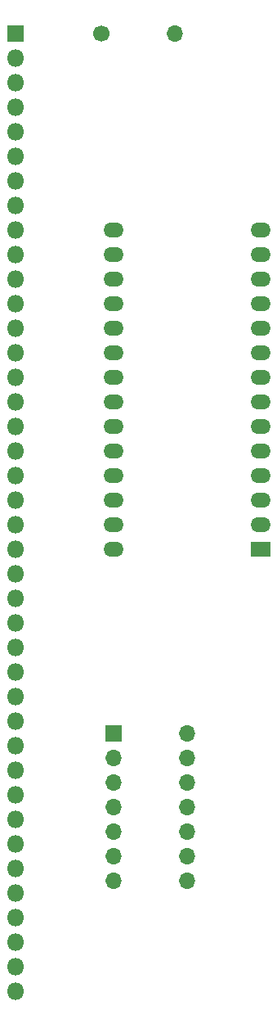
<source format=gbr>
%TF.GenerationSoftware,KiCad,Pcbnew,5.1.6-c6e7f7d~87~ubuntu18.04.1*%
%TF.CreationDate,2020-08-11T21:02:34+01:00*%
%TF.ProjectId,8KROM_Lower_Rev2,384b524f-4d5f-44c6-9f77-65725f526576,rev?*%
%TF.SameCoordinates,Original*%
%TF.FileFunction,Soldermask,Top*%
%TF.FilePolarity,Negative*%
%FSLAX46Y46*%
G04 Gerber Fmt 4.6, Leading zero omitted, Abs format (unit mm)*
G04 Created by KiCad (PCBNEW 5.1.6-c6e7f7d~87~ubuntu18.04.1) date 2020-08-11 21:02:34*
%MOMM*%
%LPD*%
G01*
G04 APERTURE LIST*
%ADD10O,2.100000X1.540000*%
%ADD11R,2.100000X1.540000*%
%ADD12O,1.700000X1.700000*%
%ADD13R,1.700000X1.700000*%
%ADD14C,1.700000*%
%ADD15O,1.800000X1.800000*%
%ADD16R,1.800000X1.800000*%
G04 APERTURE END LIST*
D10*
%TO.C,U2*%
X121920000Y-74930000D03*
X137160000Y-74930000D03*
X121920000Y-77470000D03*
X137160000Y-77470000D03*
X121920000Y-80010000D03*
X137160000Y-80010000D03*
X121920000Y-82550000D03*
X137160000Y-82550000D03*
X121920000Y-85090000D03*
X137160000Y-85090000D03*
X121920000Y-87630000D03*
X137160000Y-87630000D03*
X121920000Y-90170000D03*
X137160000Y-90170000D03*
X121920000Y-92710000D03*
X137160000Y-92710000D03*
X121920000Y-95250000D03*
X137160000Y-95250000D03*
X121920000Y-97790000D03*
X137160000Y-97790000D03*
X121920000Y-100330000D03*
X137160000Y-100330000D03*
X121920000Y-102870000D03*
X137160000Y-102870000D03*
X121920000Y-105410000D03*
X137160000Y-105410000D03*
X121920000Y-107950000D03*
D11*
X137160000Y-107950000D03*
%TD*%
D12*
%TO.C,U1*%
X129540000Y-127000000D03*
X121920000Y-142240000D03*
X129540000Y-129540000D03*
X121920000Y-139700000D03*
X129540000Y-132080000D03*
X121920000Y-137160000D03*
X129540000Y-134620000D03*
X121920000Y-134620000D03*
X129540000Y-137160000D03*
X121920000Y-132080000D03*
X129540000Y-139700000D03*
X121920000Y-129540000D03*
X129540000Y-142240000D03*
D13*
X121920000Y-127000000D03*
%TD*%
D12*
%TO.C,R1*%
X128270000Y-54610000D03*
D14*
X120650000Y-54610000D03*
%TD*%
D15*
%TO.C,J1*%
X111760000Y-153670000D03*
X111760000Y-151130000D03*
X111760000Y-148590000D03*
X111760000Y-146050000D03*
X111760000Y-143510000D03*
X111760000Y-140970000D03*
X111760000Y-138430000D03*
X111760000Y-135890000D03*
X111760000Y-133350000D03*
X111760000Y-130810000D03*
X111760000Y-128270000D03*
X111760000Y-125730000D03*
X111760000Y-123190000D03*
X111760000Y-120650000D03*
X111760000Y-118110000D03*
X111760000Y-115570000D03*
X111760000Y-113030000D03*
X111760000Y-110490000D03*
X111760000Y-107950000D03*
X111760000Y-105410000D03*
X111760000Y-102870000D03*
X111760000Y-100330000D03*
X111760000Y-97790000D03*
X111760000Y-95250000D03*
X111760000Y-92710000D03*
X111760000Y-90170000D03*
X111760000Y-87630000D03*
X111760000Y-85090000D03*
X111760000Y-82550000D03*
X111760000Y-80010000D03*
X111760000Y-77470000D03*
X111760000Y-74930000D03*
X111760000Y-72390000D03*
X111760000Y-69850000D03*
X111760000Y-67310000D03*
X111760000Y-64770000D03*
X111760000Y-62230000D03*
X111760000Y-59690000D03*
X111760000Y-57150000D03*
D16*
X111760000Y-54610000D03*
%TD*%
M02*

</source>
